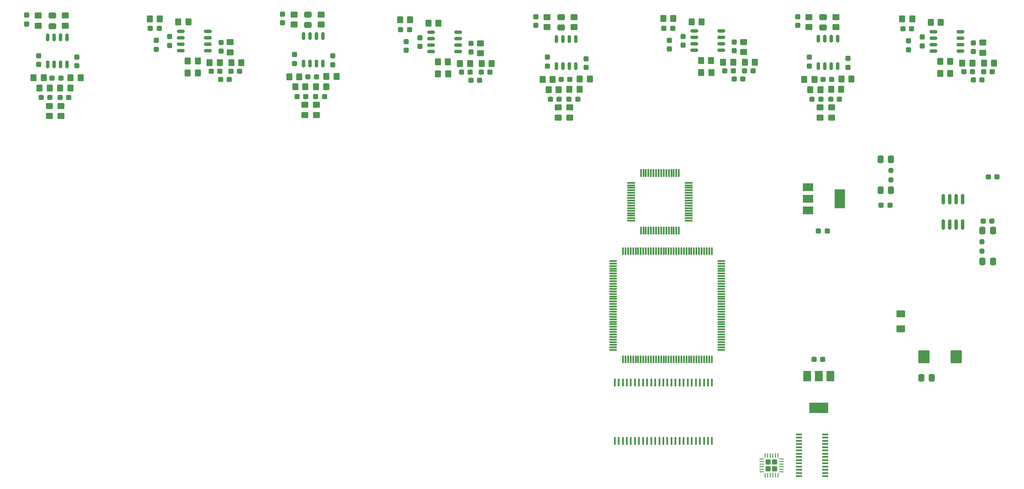
<source format=gtp>
G04 #@! TF.GenerationSoftware,KiCad,Pcbnew,7.0.2*
G04 #@! TF.CreationDate,2024-03-01T18:45:41+01:00*
G04 #@! TF.ProjectId,stm_audio_board_V3,73746d5f-6175-4646-996f-5f626f617264,rev?*
G04 #@! TF.SameCoordinates,Original*
G04 #@! TF.FileFunction,Paste,Top*
G04 #@! TF.FilePolarity,Positive*
%FSLAX46Y46*%
G04 Gerber Fmt 4.6, Leading zero omitted, Abs format (unit mm)*
G04 Created by KiCad (PCBNEW 7.0.2) date 2024-03-01 18:45:41*
%MOMM*%
%LPD*%
G01*
G04 APERTURE LIST*
G04 Aperture macros list*
%AMRoundRect*
0 Rectangle with rounded corners*
0 $1 Rounding radius*
0 $2 $3 $4 $5 $6 $7 $8 $9 X,Y pos of 4 corners*
0 Add a 4 corners polygon primitive as box body*
4,1,4,$2,$3,$4,$5,$6,$7,$8,$9,$2,$3,0*
0 Add four circle primitives for the rounded corners*
1,1,$1+$1,$2,$3*
1,1,$1+$1,$4,$5*
1,1,$1+$1,$6,$7*
1,1,$1+$1,$8,$9*
0 Add four rect primitives between the rounded corners*
20,1,$1+$1,$2,$3,$4,$5,0*
20,1,$1+$1,$4,$5,$6,$7,0*
20,1,$1+$1,$6,$7,$8,$9,0*
20,1,$1+$1,$8,$9,$2,$3,0*%
G04 Aperture macros list end*
%ADD10R,1.200000X0.400000*%
%ADD11RoundRect,0.250000X-0.275000X-0.275000X0.275000X-0.275000X0.275000X0.275000X-0.275000X0.275000X0*%
%ADD12RoundRect,0.062500X-0.350000X-0.062500X0.350000X-0.062500X0.350000X0.062500X-0.350000X0.062500X0*%
%ADD13RoundRect,0.062500X-0.062500X-0.350000X0.062500X-0.350000X0.062500X0.350000X-0.062500X0.350000X0*%
%ADD14RoundRect,0.250000X0.450000X-0.350000X0.450000X0.350000X-0.450000X0.350000X-0.450000X-0.350000X0*%
%ADD15RoundRect,0.075000X-0.700000X-0.075000X0.700000X-0.075000X0.700000X0.075000X-0.700000X0.075000X0*%
%ADD16RoundRect,0.075000X-0.075000X-0.700000X0.075000X-0.700000X0.075000X0.700000X-0.075000X0.700000X0*%
%ADD17RoundRect,0.237500X-0.300000X-0.237500X0.300000X-0.237500X0.300000X0.237500X-0.300000X0.237500X0*%
%ADD18RoundRect,0.150000X-0.150000X0.625000X-0.150000X-0.625000X0.150000X-0.625000X0.150000X0.625000X0*%
%ADD19RoundRect,0.250000X0.350000X0.450000X-0.350000X0.450000X-0.350000X-0.450000X0.350000X-0.450000X0*%
%ADD20RoundRect,0.237500X0.237500X-0.300000X0.237500X0.300000X-0.237500X0.300000X-0.237500X-0.300000X0*%
%ADD21RoundRect,0.237500X-0.237500X0.300000X-0.237500X-0.300000X0.237500X-0.300000X0.237500X0.300000X0*%
%ADD22RoundRect,0.250000X-0.450000X0.350000X-0.450000X-0.350000X0.450000X-0.350000X0.450000X0.350000X0*%
%ADD23RoundRect,0.250000X-0.475000X0.337500X-0.475000X-0.337500X0.475000X-0.337500X0.475000X0.337500X0*%
%ADD24RoundRect,0.250000X-0.350000X-0.450000X0.350000X-0.450000X0.350000X0.450000X-0.350000X0.450000X0*%
%ADD25RoundRect,0.237500X0.300000X0.237500X-0.300000X0.237500X-0.300000X-0.237500X0.300000X-0.237500X0*%
%ADD26RoundRect,0.150000X0.625000X0.150000X-0.625000X0.150000X-0.625000X-0.150000X0.625000X-0.150000X0*%
%ADD27R,0.400000X1.500000*%
%ADD28RoundRect,0.250000X-0.337500X-0.475000X0.337500X-0.475000X0.337500X0.475000X-0.337500X0.475000X0*%
%ADD29RoundRect,0.237500X-0.237500X0.250000X-0.237500X-0.250000X0.237500X-0.250000X0.237500X0.250000X0*%
%ADD30RoundRect,0.250000X0.337500X0.475000X-0.337500X0.475000X-0.337500X-0.475000X0.337500X-0.475000X0*%
%ADD31RoundRect,0.150000X-0.150000X0.825000X-0.150000X-0.825000X0.150000X-0.825000X0.150000X0.825000X0*%
%ADD32RoundRect,0.075000X-0.075000X-0.662500X0.075000X-0.662500X0.075000X0.662500X-0.075000X0.662500X0*%
%ADD33RoundRect,0.075000X-0.662500X-0.075000X0.662500X-0.075000X0.662500X0.075000X-0.662500X0.075000X0*%
%ADD34RoundRect,0.237500X0.237500X-0.250000X0.237500X0.250000X-0.237500X0.250000X-0.237500X-0.250000X0*%
%ADD35R,1.500000X2.000000*%
%ADD36R,3.800000X2.000000*%
%ADD37R,2.000000X1.500000*%
%ADD38R,2.000000X3.800000*%
%ADD39RoundRect,0.250001X-0.624999X0.462499X-0.624999X-0.462499X0.624999X-0.462499X0.624999X0.462499X0*%
%ADD40RoundRect,0.250000X-0.875000X-1.025000X0.875000X-1.025000X0.875000X1.025000X-0.875000X1.025000X0*%
G04 APERTURE END LIST*
D10*
X226400000Y-139872500D03*
X226400000Y-140507500D03*
X226400000Y-141142500D03*
X226400000Y-141777500D03*
X226400000Y-142412500D03*
X226400000Y-143047500D03*
X226400000Y-143682500D03*
X226400000Y-144317500D03*
X226400000Y-144952500D03*
X226400000Y-145587500D03*
X226400000Y-146222500D03*
X226400000Y-146857500D03*
X226400000Y-147492500D03*
X226400000Y-148127500D03*
X231600000Y-148127500D03*
X231600000Y-147492500D03*
X231600000Y-146857500D03*
X231600000Y-146222500D03*
X231600000Y-145587500D03*
X231600000Y-144952500D03*
X231600000Y-144317500D03*
X231600000Y-143682500D03*
X231600000Y-143047500D03*
X231600000Y-142412500D03*
X231600000Y-141777500D03*
X231600000Y-141142500D03*
X231600000Y-140507500D03*
X231600000Y-139872500D03*
D11*
X220350000Y-146650000D03*
X220350000Y-145350000D03*
X221650000Y-145350000D03*
X221650000Y-146650000D03*
D12*
X219062500Y-144750000D03*
X219062500Y-145250000D03*
X219062500Y-145750000D03*
X219062500Y-146250000D03*
X219062500Y-146750000D03*
X219062500Y-147250000D03*
D13*
X219750000Y-147937500D03*
X220250000Y-147937500D03*
X220750000Y-147937500D03*
X221250000Y-147937500D03*
X221750000Y-147937500D03*
X222250000Y-147937500D03*
D12*
X222937500Y-147250000D03*
X222937500Y-146750000D03*
X222937500Y-146250000D03*
X222937500Y-145750000D03*
X222937500Y-145250000D03*
X222937500Y-144750000D03*
D13*
X222250000Y-144062500D03*
X221750000Y-144062500D03*
X221250000Y-144062500D03*
X220750000Y-144062500D03*
X220250000Y-144062500D03*
X219750000Y-144062500D03*
D14*
X178944000Y-77411000D03*
X178944000Y-75411000D03*
D15*
X193325000Y-90250000D03*
X193325000Y-90750000D03*
X193325000Y-91250000D03*
X193325000Y-91750000D03*
X193325000Y-92250000D03*
X193325000Y-92750000D03*
X193325000Y-93250000D03*
X193325000Y-93750000D03*
X193325000Y-94250000D03*
X193325000Y-94750000D03*
X193325000Y-95250000D03*
X193325000Y-95750000D03*
X193325000Y-96250000D03*
X193325000Y-96750000D03*
X193325000Y-97250000D03*
X193325000Y-97750000D03*
D16*
X195250000Y-99675000D03*
X195750000Y-99675000D03*
X196250000Y-99675000D03*
X196750000Y-99675000D03*
X197250000Y-99675000D03*
X197750000Y-99675000D03*
X198250000Y-99675000D03*
X198750000Y-99675000D03*
X199250000Y-99675000D03*
X199750000Y-99675000D03*
X200250000Y-99675000D03*
X200750000Y-99675000D03*
X201250000Y-99675000D03*
X201750000Y-99675000D03*
X202250000Y-99675000D03*
X202750000Y-99675000D03*
D15*
X204675000Y-97750000D03*
X204675000Y-97250000D03*
X204675000Y-96750000D03*
X204675000Y-96250000D03*
X204675000Y-95750000D03*
X204675000Y-95250000D03*
X204675000Y-94750000D03*
X204675000Y-94250000D03*
X204675000Y-93750000D03*
X204675000Y-93250000D03*
X204675000Y-92750000D03*
X204675000Y-92250000D03*
X204675000Y-91750000D03*
X204675000Y-91250000D03*
X204675000Y-90750000D03*
X204675000Y-90250000D03*
D16*
X202750000Y-88325000D03*
X202250000Y-88325000D03*
X201750000Y-88325000D03*
X201250000Y-88325000D03*
X200750000Y-88325000D03*
X200250000Y-88325000D03*
X199750000Y-88325000D03*
X199250000Y-88325000D03*
X198750000Y-88325000D03*
X198250000Y-88325000D03*
X197750000Y-88325000D03*
X197250000Y-88325000D03*
X196750000Y-88325000D03*
X196250000Y-88325000D03*
X195750000Y-88325000D03*
X195250000Y-88325000D03*
D17*
X77008500Y-73445000D03*
X78733500Y-73445000D03*
D18*
X82074000Y-61572000D03*
X80804000Y-61572000D03*
X79534000Y-61572000D03*
X78264000Y-61572000D03*
X78264000Y-66922000D03*
X79534000Y-66922000D03*
X80804000Y-66922000D03*
X82074000Y-66922000D03*
D19*
X84789568Y-69513846D03*
X82789568Y-69513846D03*
X77481000Y-69557000D03*
X75481000Y-69557000D03*
D20*
X74155000Y-58937500D03*
X74155000Y-57212500D03*
D14*
X78571000Y-77101000D03*
X78571000Y-75101000D03*
D17*
X79139346Y-69587000D03*
X80864346Y-69587000D03*
D21*
X76490432Y-65198500D03*
X76490432Y-66923500D03*
D17*
X80701346Y-73445000D03*
X82426346Y-73445000D03*
D14*
X80863846Y-77101000D03*
X80863846Y-75101000D03*
D19*
X78671000Y-71569000D03*
X76671000Y-71569000D03*
D20*
X84063000Y-67191500D03*
X84063000Y-65466500D03*
D22*
X81738716Y-57275000D03*
X81738716Y-59275000D03*
D19*
X82763846Y-71542136D03*
X80763846Y-71542136D03*
D22*
X76395858Y-57275000D03*
X76395858Y-59275000D03*
D23*
X79177574Y-57267500D03*
X79177574Y-59342500D03*
D20*
X99648000Y-63922500D03*
X99648000Y-62197500D03*
D19*
X100400000Y-57900000D03*
X98400000Y-57900000D03*
X106000000Y-58550000D03*
X104000000Y-58550000D03*
D17*
X110517500Y-68254000D03*
X112242500Y-68254000D03*
D24*
X105876000Y-68598000D03*
X107876000Y-68598000D03*
D17*
X114429500Y-68254000D03*
X116154500Y-68254000D03*
D14*
X114266000Y-64528000D03*
X114266000Y-62528000D03*
D19*
X112208000Y-66572000D03*
X110208000Y-66572000D03*
X107868000Y-66226000D03*
X105868000Y-66226000D03*
D25*
X100262500Y-59832000D03*
X98537500Y-59832000D03*
D21*
X102324000Y-61435500D03*
X102324000Y-63160500D03*
D24*
X114492000Y-66572000D03*
X116492000Y-66572000D03*
D25*
X114122500Y-69862000D03*
X112397500Y-69862000D03*
D26*
X109877000Y-64209000D03*
X109877000Y-62939000D03*
X109877000Y-61669000D03*
X109877000Y-60399000D03*
X104527000Y-60399000D03*
X104527000Y-61669000D03*
X104527000Y-62939000D03*
X104527000Y-64209000D03*
D21*
X112436000Y-62565500D03*
X112436000Y-64290500D03*
D19*
X127914827Y-69341691D03*
X125914827Y-69341691D03*
D20*
X124588827Y-58722191D03*
X124588827Y-56997191D03*
D18*
X132507827Y-61356691D03*
X131237827Y-61356691D03*
X129967827Y-61356691D03*
X128697827Y-61356691D03*
X128697827Y-66706691D03*
X129967827Y-66706691D03*
X131237827Y-66706691D03*
X132507827Y-66706691D03*
D14*
X129004827Y-76885691D03*
X129004827Y-74885691D03*
D17*
X127442327Y-73229691D03*
X129167327Y-73229691D03*
D19*
X135223395Y-69298537D03*
X133223395Y-69298537D03*
D17*
X129573173Y-69371691D03*
X131298173Y-69371691D03*
D19*
X133197673Y-71326827D03*
X131197673Y-71326827D03*
D21*
X126924259Y-64983191D03*
X126924259Y-66708191D03*
D22*
X126829685Y-57059691D03*
X126829685Y-59059691D03*
D23*
X129611401Y-57052191D03*
X129611401Y-59127191D03*
D20*
X134496827Y-66976191D03*
X134496827Y-65251191D03*
D17*
X131135173Y-73229691D03*
X132860173Y-73229691D03*
D22*
X132172543Y-57059691D03*
X132172543Y-59059691D03*
D19*
X129104827Y-71353691D03*
X127104827Y-71353691D03*
D14*
X131297673Y-76885691D03*
X131297673Y-74885691D03*
D20*
X200898000Y-63872500D03*
X200898000Y-62147500D03*
D19*
X201650000Y-57850000D03*
X199650000Y-57850000D03*
X207250000Y-58500000D03*
X205250000Y-58500000D03*
D17*
X211767500Y-68204000D03*
X213492500Y-68204000D03*
D24*
X207126000Y-68548000D03*
X209126000Y-68548000D03*
D17*
X215679500Y-68204000D03*
X217404500Y-68204000D03*
D14*
X215516000Y-64478000D03*
X215516000Y-62478000D03*
D19*
X213458000Y-66522000D03*
X211458000Y-66522000D03*
X209118000Y-66176000D03*
X207118000Y-66176000D03*
D25*
X201512500Y-59782000D03*
X199787500Y-59782000D03*
D21*
X203574000Y-61385500D03*
X203574000Y-63110500D03*
D24*
X215742000Y-66522000D03*
X217742000Y-66522000D03*
D25*
X215372500Y-69812000D03*
X213647500Y-69812000D03*
D26*
X211127000Y-64159000D03*
X211127000Y-62889000D03*
X211127000Y-61619000D03*
X211127000Y-60349000D03*
X205777000Y-60349000D03*
X205777000Y-61619000D03*
X205777000Y-62889000D03*
X205777000Y-64159000D03*
D21*
X213686000Y-62515500D03*
X213686000Y-64240500D03*
D18*
X182447000Y-61882000D03*
X181177000Y-61882000D03*
X179907000Y-61882000D03*
X178637000Y-61882000D03*
X178637000Y-67232000D03*
X179907000Y-67232000D03*
X181177000Y-67232000D03*
X182447000Y-67232000D03*
D20*
X174528000Y-59247500D03*
X174528000Y-57522500D03*
D19*
X177854000Y-69867000D03*
X175854000Y-69867000D03*
D17*
X181074346Y-73755000D03*
X182799346Y-73755000D03*
X177381500Y-73755000D03*
X179106500Y-73755000D03*
D22*
X182111716Y-57585000D03*
X182111716Y-59585000D03*
D19*
X179044000Y-71879000D03*
X177044000Y-71879000D03*
X185162568Y-69823846D03*
X183162568Y-69823846D03*
D17*
X179512346Y-69897000D03*
X181237346Y-69897000D03*
D21*
X176863432Y-65508500D03*
X176863432Y-67233500D03*
D22*
X176768858Y-57585000D03*
X176768858Y-59585000D03*
D20*
X184436000Y-67501500D03*
X184436000Y-65776500D03*
D23*
X179550574Y-57577500D03*
X179550574Y-59652500D03*
D19*
X183136846Y-71852136D03*
X181136846Y-71852136D03*
D14*
X181236846Y-77411000D03*
X181236846Y-75411000D03*
D18*
X234074000Y-61872000D03*
X232804000Y-61872000D03*
X231534000Y-61872000D03*
X230264000Y-61872000D03*
X230264000Y-67222000D03*
X231534000Y-67222000D03*
X232804000Y-67222000D03*
X234074000Y-67222000D03*
D20*
X226155000Y-59237500D03*
X226155000Y-57512500D03*
D19*
X229481000Y-69857000D03*
X227481000Y-69857000D03*
D17*
X232701346Y-73745000D03*
X234426346Y-73745000D03*
D14*
X230571000Y-77401000D03*
X230571000Y-75401000D03*
D17*
X229008500Y-73745000D03*
X230733500Y-73745000D03*
D22*
X233738716Y-57575000D03*
X233738716Y-59575000D03*
D19*
X230671000Y-71869000D03*
X228671000Y-71869000D03*
X236789568Y-69813846D03*
X234789568Y-69813846D03*
D17*
X231139346Y-69887000D03*
X232864346Y-69887000D03*
D21*
X228490432Y-65498500D03*
X228490432Y-67223500D03*
D22*
X228395858Y-57575000D03*
X228395858Y-59575000D03*
D20*
X236063000Y-67491500D03*
X236063000Y-65766500D03*
D23*
X231177574Y-57567500D03*
X231177574Y-59642500D03*
D19*
X234763846Y-71842136D03*
X232763846Y-71842136D03*
D14*
X232863846Y-77401000D03*
X232863846Y-75401000D03*
D25*
X149612500Y-60032000D03*
X147887500Y-60032000D03*
D21*
X151674000Y-61635500D03*
X151674000Y-63360500D03*
D17*
X163779500Y-68454000D03*
X165504500Y-68454000D03*
D24*
X163842000Y-66772000D03*
X165842000Y-66772000D03*
D19*
X157218000Y-66426000D03*
X155218000Y-66426000D03*
D24*
X155226000Y-68798000D03*
X157226000Y-68798000D03*
D14*
X163616000Y-64728000D03*
X163616000Y-62728000D03*
D19*
X161558000Y-66772000D03*
X159558000Y-66772000D03*
D26*
X159227000Y-64409000D03*
X159227000Y-63139000D03*
X159227000Y-61869000D03*
X159227000Y-60599000D03*
X153877000Y-60599000D03*
X153877000Y-61869000D03*
X153877000Y-63139000D03*
X153877000Y-64409000D03*
D21*
X161786000Y-62765500D03*
X161786000Y-64490500D03*
D25*
X163472500Y-70062000D03*
X161747500Y-70062000D03*
D20*
X148998000Y-64122500D03*
X148998000Y-62397500D03*
D19*
X149750000Y-58100000D03*
X147750000Y-58100000D03*
X155350000Y-58750000D03*
X153350000Y-58750000D03*
D17*
X159867500Y-68454000D03*
X161592500Y-68454000D03*
D26*
X252922144Y-64287000D03*
X252922144Y-63017000D03*
X252922144Y-61747000D03*
X252922144Y-60477000D03*
X258272144Y-60477000D03*
X258272144Y-61747000D03*
X258272144Y-63017000D03*
X258272144Y-64287000D03*
D27*
X190085000Y-129685000D03*
X190885000Y-129685000D03*
X191685000Y-129685000D03*
X192485000Y-129685000D03*
X193285000Y-129685000D03*
X194085000Y-129685000D03*
X194885000Y-129685000D03*
X195685000Y-129685000D03*
X196485000Y-129685000D03*
X197285000Y-129685000D03*
X198085000Y-129685000D03*
X198885000Y-129685000D03*
X199685000Y-129685000D03*
X200485000Y-129685000D03*
X201285000Y-129685000D03*
X202085000Y-129685000D03*
X202885000Y-129685000D03*
X203685000Y-129685000D03*
X204485000Y-129685000D03*
X205285000Y-129685000D03*
X206085000Y-129685000D03*
X206885000Y-129685000D03*
X207685000Y-129685000D03*
X208485000Y-129685000D03*
X209285000Y-129685000D03*
X209285000Y-141185000D03*
X208485000Y-141185000D03*
X207685000Y-141185000D03*
X206885000Y-141185000D03*
X206085000Y-141185000D03*
X205285000Y-141185000D03*
X204485000Y-141185000D03*
X203685000Y-141185000D03*
X202885000Y-141185000D03*
X202085000Y-141185000D03*
X201285000Y-141185000D03*
X200485000Y-141185000D03*
X199685000Y-141185000D03*
X198885000Y-141185000D03*
X198085000Y-141185000D03*
X197285000Y-141185000D03*
X196485000Y-141185000D03*
X195685000Y-141185000D03*
X194885000Y-141185000D03*
X194085000Y-141185000D03*
X193285000Y-141185000D03*
X192485000Y-141185000D03*
X191685000Y-141185000D03*
X190885000Y-141185000D03*
X190085000Y-141185000D03*
D19*
X252395144Y-58628000D03*
X254395144Y-58628000D03*
D25*
X260792644Y-69940000D03*
X262517644Y-69940000D03*
D28*
X262617500Y-105743000D03*
X264692500Y-105743000D03*
D25*
X242634500Y-94665000D03*
X244359500Y-94665000D03*
D17*
X232011500Y-99775000D03*
X230286500Y-99775000D03*
X264445024Y-97805000D03*
X262720024Y-97805000D03*
D24*
X264887144Y-66650000D03*
X262887144Y-66650000D03*
D17*
X264549644Y-68332000D03*
X262824644Y-68332000D03*
D19*
X258603144Y-66650000D03*
X260603144Y-66650000D03*
X246795144Y-57978000D03*
X248795144Y-57978000D03*
D29*
X244542000Y-89675500D03*
X244542000Y-87850500D03*
D25*
X246932644Y-59910000D03*
X248657644Y-59910000D03*
D20*
X248043144Y-62275500D03*
X248043144Y-64000500D03*
D30*
X242488500Y-85625000D03*
X244563500Y-85625000D03*
D31*
X258734000Y-98466000D03*
X257464000Y-98466000D03*
X256194000Y-98466000D03*
X254924000Y-98466000D03*
X254924000Y-93516000D03*
X256194000Y-93516000D03*
X257464000Y-93516000D03*
X258734000Y-93516000D03*
D21*
X260831144Y-64368500D03*
X260831144Y-62643500D03*
D17*
X260637644Y-68332000D03*
X258912644Y-68332000D03*
D19*
X254263144Y-66304000D03*
X256263144Y-66304000D03*
D30*
X242488500Y-91751000D03*
X244563500Y-91751000D03*
D32*
X191725000Y-103762500D03*
X192225000Y-103762500D03*
X192725000Y-103762500D03*
X193225000Y-103762500D03*
X193725000Y-103762500D03*
X194225000Y-103762500D03*
X194725000Y-103762500D03*
X195225000Y-103762500D03*
X195725000Y-103762500D03*
X196225000Y-103762500D03*
X196725000Y-103762500D03*
X197225000Y-103762500D03*
X197725000Y-103762500D03*
X198225000Y-103762500D03*
X198725000Y-103762500D03*
X199225000Y-103762500D03*
X199725000Y-103762500D03*
X200225000Y-103762500D03*
X200725000Y-103762500D03*
X201225000Y-103762500D03*
X201725000Y-103762500D03*
X202225000Y-103762500D03*
X202725000Y-103762500D03*
X203225000Y-103762500D03*
X203725000Y-103762500D03*
X204225000Y-103762500D03*
X204725000Y-103762500D03*
X205225000Y-103762500D03*
X205725000Y-103762500D03*
X206225000Y-103762500D03*
X206725000Y-103762500D03*
X207225000Y-103762500D03*
X207725000Y-103762500D03*
X208225000Y-103762500D03*
X208725000Y-103762500D03*
X209225000Y-103762500D03*
D33*
X211137500Y-105675000D03*
X211137500Y-106175000D03*
X211137500Y-106675000D03*
X211137500Y-107175000D03*
X211137500Y-107675000D03*
X211137500Y-108175000D03*
X211137500Y-108675000D03*
X211137500Y-109175000D03*
X211137500Y-109675000D03*
X211137500Y-110175000D03*
X211137500Y-110675000D03*
X211137500Y-111175000D03*
X211137500Y-111675000D03*
X211137500Y-112175000D03*
X211137500Y-112675000D03*
X211137500Y-113175000D03*
X211137500Y-113675000D03*
X211137500Y-114175000D03*
X211137500Y-114675000D03*
X211137500Y-115175000D03*
X211137500Y-115675000D03*
X211137500Y-116175000D03*
X211137500Y-116675000D03*
X211137500Y-117175000D03*
X211137500Y-117675000D03*
X211137500Y-118175000D03*
X211137500Y-118675000D03*
X211137500Y-119175000D03*
X211137500Y-119675000D03*
X211137500Y-120175000D03*
X211137500Y-120675000D03*
X211137500Y-121175000D03*
X211137500Y-121675000D03*
X211137500Y-122175000D03*
X211137500Y-122675000D03*
X211137500Y-123175000D03*
D32*
X209225000Y-125087500D03*
X208725000Y-125087500D03*
X208225000Y-125087500D03*
X207725000Y-125087500D03*
X207225000Y-125087500D03*
X206725000Y-125087500D03*
X206225000Y-125087500D03*
X205725000Y-125087500D03*
X205225000Y-125087500D03*
X204725000Y-125087500D03*
X204225000Y-125087500D03*
X203725000Y-125087500D03*
X203225000Y-125087500D03*
X202725000Y-125087500D03*
X202225000Y-125087500D03*
X201725000Y-125087500D03*
X201225000Y-125087500D03*
X200725000Y-125087500D03*
X200225000Y-125087500D03*
X199725000Y-125087500D03*
X199225000Y-125087500D03*
X198725000Y-125087500D03*
X198225000Y-125087500D03*
X197725000Y-125087500D03*
X197225000Y-125087500D03*
X196725000Y-125087500D03*
X196225000Y-125087500D03*
X195725000Y-125087500D03*
X195225000Y-125087500D03*
X194725000Y-125087500D03*
X194225000Y-125087500D03*
X193725000Y-125087500D03*
X193225000Y-125087500D03*
X192725000Y-125087500D03*
X192225000Y-125087500D03*
X191725000Y-125087500D03*
D33*
X189812500Y-123175000D03*
X189812500Y-122675000D03*
X189812500Y-122175000D03*
X189812500Y-121675000D03*
X189812500Y-121175000D03*
X189812500Y-120675000D03*
X189812500Y-120175000D03*
X189812500Y-119675000D03*
X189812500Y-119175000D03*
X189812500Y-118675000D03*
X189812500Y-118175000D03*
X189812500Y-117675000D03*
X189812500Y-117175000D03*
X189812500Y-116675000D03*
X189812500Y-116175000D03*
X189812500Y-115675000D03*
X189812500Y-115175000D03*
X189812500Y-114675000D03*
X189812500Y-114175000D03*
X189812500Y-113675000D03*
X189812500Y-113175000D03*
X189812500Y-112675000D03*
X189812500Y-112175000D03*
X189812500Y-111675000D03*
X189812500Y-111175000D03*
X189812500Y-110675000D03*
X189812500Y-110175000D03*
X189812500Y-109675000D03*
X189812500Y-109175000D03*
X189812500Y-108675000D03*
X189812500Y-108175000D03*
X189812500Y-107675000D03*
X189812500Y-107175000D03*
X189812500Y-106675000D03*
X189812500Y-106175000D03*
X189812500Y-105675000D03*
D14*
X262661144Y-62606000D03*
X262661144Y-64606000D03*
D17*
X265467500Y-89087000D03*
X263742500Y-89087000D03*
D24*
X256271144Y-68676000D03*
X254271144Y-68676000D03*
D34*
X262505000Y-103719500D03*
X262505000Y-101894500D03*
D35*
X228056000Y-128354000D03*
D36*
X230356000Y-134654000D03*
D35*
X230356000Y-128354000D03*
X232656000Y-128354000D03*
D37*
X228175000Y-95713000D03*
D38*
X234475000Y-93413000D03*
D37*
X228175000Y-93413000D03*
X228175000Y-91113000D03*
D28*
X264692500Y-99715000D03*
X262617500Y-99715000D03*
D21*
X250719144Y-63238500D03*
X250719144Y-61513500D03*
D28*
X250526362Y-128713000D03*
X252601362Y-128713000D03*
D39*
X246517000Y-116076638D03*
X246517000Y-119051638D03*
D25*
X231097500Y-125110000D03*
X229372500Y-125110000D03*
D40*
X251046138Y-124593000D03*
X257446138Y-124593000D03*
M02*

</source>
